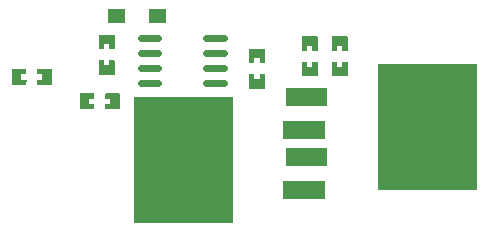
<source format=gbp>
G04 Layer: BottomPasteMaskLayer*
G04 EasyEDA v6.5.8, 2022-07-18 23:19:08*
G04 1589dfe675ed41be9403e30dc75cfddf,10*
G04 Gerber Generator version 0.2*
G04 Scale: 100 percent, Rotated: No, Reflected: No *
G04 Dimensions in millimeters *
G04 leading zeros omitted , absolute positions ,4 integer and 5 decimal *
%FSLAX45Y45*%
%MOMM*%

%ADD10C,0.5880*%

%LPD*%
G36*
X2385110Y-531012D02*
G01*
X2380081Y-535990D01*
X2380081Y-651002D01*
X2385110Y-655980D01*
X2426106Y-656488D01*
X2426106Y-611479D01*
X2471115Y-611479D01*
X2471115Y-655523D01*
X2513076Y-655980D01*
X2518105Y-651002D01*
X2518105Y-535990D01*
X2513076Y-531012D01*
G37*
G36*
X2385110Y-745998D02*
G01*
X2380081Y-750976D01*
X2380081Y-865987D01*
X2385110Y-871016D01*
X2513076Y-871016D01*
X2518105Y-865987D01*
X2518105Y-750976D01*
X2513076Y-745998D01*
X2471115Y-745998D01*
X2471115Y-790498D01*
X2426106Y-790498D01*
X2426106Y-746506D01*
G37*
G36*
X1113993Y-412496D02*
G01*
X1109014Y-417474D01*
X1109014Y-532485D01*
X1113993Y-537514D01*
X1154988Y-538022D01*
X1154988Y-493014D01*
X1199997Y-493014D01*
X1199997Y-537006D01*
X1242009Y-537514D01*
X1246987Y-532485D01*
X1246987Y-417474D01*
X1242009Y-412496D01*
G37*
G36*
X1113993Y-627481D02*
G01*
X1109014Y-632510D01*
X1109014Y-747522D01*
X1113993Y-752500D01*
X1242009Y-752500D01*
X1246987Y-747522D01*
X1246987Y-632510D01*
X1242009Y-627481D01*
X1199997Y-627481D01*
X1199997Y-671982D01*
X1154988Y-671982D01*
X1154988Y-627989D01*
G37*
G36*
X377494Y-703021D02*
G01*
X372516Y-707999D01*
X372516Y-836015D01*
X377494Y-840994D01*
X492506Y-840994D01*
X497484Y-836015D01*
X497992Y-795020D01*
X452983Y-795020D01*
X452983Y-750011D01*
X497027Y-750011D01*
X497484Y-707999D01*
X492506Y-703021D01*
G37*
G36*
X592480Y-703021D02*
G01*
X587502Y-707999D01*
X587502Y-750011D01*
X632002Y-750011D01*
X632002Y-795020D01*
X588010Y-795020D01*
X587502Y-836015D01*
X592480Y-840994D01*
X707491Y-840994D01*
X712520Y-836015D01*
X712520Y-707999D01*
X707491Y-703021D01*
G37*
G36*
X2831592Y-426872D02*
G01*
X2826613Y-431901D01*
X2826613Y-546912D01*
X2831592Y-551891D01*
X2872587Y-552399D01*
X2872587Y-507390D01*
X2917596Y-507390D01*
X2917596Y-551383D01*
X2959608Y-551891D01*
X2964586Y-546912D01*
X2964586Y-431901D01*
X2959608Y-426872D01*
G37*
G36*
X2831592Y-641908D02*
G01*
X2826613Y-646887D01*
X2826613Y-761898D01*
X2831592Y-766876D01*
X2959608Y-766876D01*
X2964586Y-761898D01*
X2964586Y-646887D01*
X2959608Y-641908D01*
X2917596Y-641908D01*
X2917596Y-686409D01*
X2872587Y-686409D01*
X2872587Y-642416D01*
G37*
G36*
X952601Y-908913D02*
G01*
X947572Y-913892D01*
X947572Y-1041908D01*
X952601Y-1046886D01*
X1067612Y-1046886D01*
X1072591Y-1041908D01*
X1073099Y-1000912D01*
X1028090Y-1000912D01*
X1028090Y-955903D01*
X1072083Y-955903D01*
X1072591Y-913892D01*
X1067612Y-908913D01*
G37*
G36*
X1167587Y-908913D02*
G01*
X1162608Y-913892D01*
X1162608Y-955903D01*
X1207109Y-955903D01*
X1207109Y-1000912D01*
X1163116Y-1000912D01*
X1162608Y-1041908D01*
X1167587Y-1046886D01*
X1282598Y-1046886D01*
X1287576Y-1041908D01*
X1287576Y-913892D01*
X1282598Y-908913D01*
G37*
G36*
X3085592Y-426872D02*
G01*
X3080613Y-431901D01*
X3080613Y-546912D01*
X3085592Y-551891D01*
X3126587Y-552399D01*
X3126587Y-507390D01*
X3171596Y-507390D01*
X3171596Y-551383D01*
X3213608Y-551891D01*
X3218586Y-546912D01*
X3218586Y-431901D01*
X3213608Y-426872D01*
G37*
G36*
X3085592Y-641908D02*
G01*
X3080613Y-646887D01*
X3080613Y-761898D01*
X3085592Y-766876D01*
X3213608Y-766876D01*
X3218586Y-761898D01*
X3218586Y-646887D01*
X3213608Y-641908D01*
X3171596Y-641908D01*
X3171596Y-686409D01*
X3126587Y-686409D01*
X3126587Y-642416D01*
G37*
D10*
X1611708Y-825500D02*
G01*
X1466009Y-825500D01*
X1611708Y-698500D02*
G01*
X1466009Y-698500D01*
X1611708Y-571500D02*
G01*
X1466009Y-571500D01*
X1611708Y-444500D02*
G01*
X1466009Y-444500D01*
X2166190Y-825500D02*
G01*
X2020491Y-825500D01*
X2166190Y-698500D02*
G01*
X2020491Y-698500D01*
X2166190Y-571500D02*
G01*
X2020491Y-571500D01*
X2166190Y-444500D02*
G01*
X2020491Y-444500D01*
G36*
X1407119Y-2008225D02*
G01*
X2245121Y-2008225D01*
X2245121Y-938225D01*
X1407119Y-938225D01*
G37*
G36*
X2672427Y-1802201D02*
G01*
X3022429Y-1802201D01*
X3022429Y-1652198D01*
X2672427Y-1652198D01*
G37*
G36*
X2672473Y-1294201D02*
G01*
X3022475Y-1294201D01*
X3022475Y-1144198D01*
X2672473Y-1144198D01*
G37*
G36*
X4307880Y-658774D02*
G01*
X3469878Y-658774D01*
X3469878Y-1728774D01*
X4307880Y-1728774D01*
G37*
G36*
X3042572Y-864798D02*
G01*
X2692570Y-864798D01*
X2692570Y-1014801D01*
X3042572Y-1014801D01*
G37*
G36*
X3042526Y-1372798D02*
G01*
X2692524Y-1372798D01*
X2692524Y-1522801D01*
X3042526Y-1522801D01*
G37*
G36*
X1331605Y-194000D02*
G01*
X1191602Y-194000D01*
X1191602Y-313999D01*
X1331605Y-313999D01*
G37*
G36*
X1678597Y-194000D02*
G01*
X1538594Y-194000D01*
X1538594Y-313999D01*
X1678597Y-313999D01*
G37*
M02*

</source>
